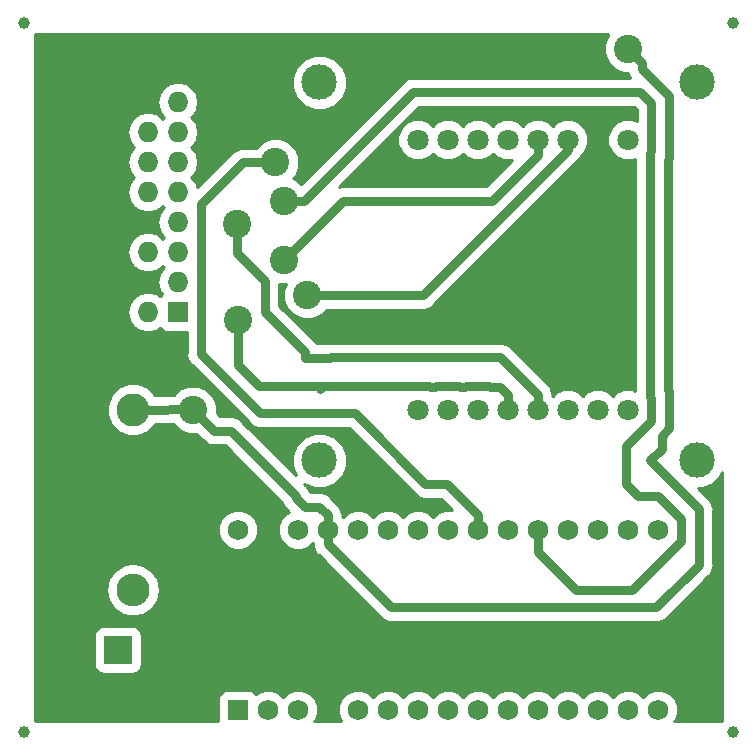
<source format=gbr>
G04 #@! TF.GenerationSoftware,KiCad,Pcbnew,(5.0.1)-4*
G04 #@! TF.CreationDate,2020-03-07T20:01:28+01:00*
G04 #@! TF.ProjectId,schemas_screen_led_64x32,736368656D61735F73637265656E5F6C,rev?*
G04 #@! TF.SameCoordinates,PX5f5e100PY7270e00*
G04 #@! TF.FileFunction,Copper,L1,Top,Signal*
G04 #@! TF.FilePolarity,Positive*
%FSLAX46Y46*%
G04 Gerber Fmt 4.6, Leading zero omitted, Abs format (unit mm)*
G04 Created by KiCad (PCBNEW (5.0.1)-4) date 07/03/2020 20:01:28*
%MOMM*%
%LPD*%
G01*
G04 APERTURE LIST*
G04 #@! TA.AperFunction,ComponentPad*
%ADD10R,1.727200X1.727200*%
G04 #@! TD*
G04 #@! TA.AperFunction,ComponentPad*
%ADD11C,1.727200*%
G04 #@! TD*
G04 #@! TA.AperFunction,ComponentPad*
%ADD12O,1.727200X1.727200*%
G04 #@! TD*
G04 #@! TA.AperFunction,ComponentPad*
%ADD13C,1.800000*%
G04 #@! TD*
G04 #@! TA.AperFunction,ComponentPad*
%ADD14C,2.800000*%
G04 #@! TD*
G04 #@! TA.AperFunction,ComponentPad*
%ADD15O,2.800000X2.800000*%
G04 #@! TD*
G04 #@! TA.AperFunction,ComponentPad*
%ADD16R,2.400000X2.400000*%
G04 #@! TD*
G04 #@! TA.AperFunction,ComponentPad*
%ADD17C,2.400000*%
G04 #@! TD*
G04 #@! TA.AperFunction,ViaPad*
%ADD18C,3.000000*%
G04 #@! TD*
G04 #@! TA.AperFunction,ViaPad*
%ADD19C,1.000000*%
G04 #@! TD*
G04 #@! TA.AperFunction,ViaPad*
%ADD20C,2.400000*%
G04 #@! TD*
G04 #@! TA.AperFunction,Conductor*
%ADD21C,0.800000*%
G04 #@! TD*
G04 #@! TA.AperFunction,Conductor*
%ADD22C,0.254000*%
G04 #@! TD*
G04 APERTURE END LIST*
D10*
G04 #@! TO.P,XA1,D1*
G04 #@! TO.N,Net-(XA1-PadD1)*
X18110000Y1890000D03*
D11*
G04 #@! TO.P,XA1,D0*
G04 #@! TO.N,Net-(XA1-PadD0)*
X20650000Y1890000D03*
G04 #@! TO.P,XA1,RST1*
G04 #@! TO.N,Net-(XA1-PadRST1)*
X23190000Y1890000D03*
G04 #@! TO.P,XA1,GND1*
G04 #@! TO.N,GND*
X25730000Y1890000D03*
G04 #@! TO.P,XA1,D2*
G04 #@! TO.N,Net-(XA1-PadD2)*
X28270000Y1890000D03*
G04 #@! TO.P,XA1,D3*
G04 #@! TO.N,Net-(XA1-PadD3)*
X30810000Y1890000D03*
G04 #@! TO.P,XA1,D4*
G04 #@! TO.N,Net-(XA1-PadD4)*
X33350000Y1890000D03*
G04 #@! TO.P,XA1,D5*
G04 #@! TO.N,Net-(XA1-PadD5)*
X35890000Y1890000D03*
G04 #@! TO.P,XA1,D6*
G04 #@! TO.N,Net-(XA1-PadD6)*
X38430000Y1890000D03*
G04 #@! TO.P,XA1,D7*
G04 #@! TO.N,Net-(XA1-PadD7)*
X40970000Y1890000D03*
G04 #@! TO.P,XA1,D8*
G04 #@! TO.N,LAT*
X43510000Y1890000D03*
G04 #@! TO.P,XA1,D9*
G04 #@! TO.N,Net-(XA1-PadD9)*
X46050000Y1890000D03*
G04 #@! TO.P,XA1,D10*
G04 #@! TO.N,Net-(XA1-PadD10)*
X48590000Y1890000D03*
G04 #@! TO.P,XA1,D11*
G04 #@! TO.N,Net-(XA1-PadD11)*
X51130000Y1890000D03*
G04 #@! TO.P,XA1,D12*
G04 #@! TO.N,Net-(XA1-PadD12)*
X53670000Y1890000D03*
G04 #@! TO.P,XA1,D13*
G04 #@! TO.N,Net-(XA1-PadD13)*
X53670000Y17130000D03*
G04 #@! TO.P,XA1,3V3*
G04 #@! TO.N,Net-(XA1-Pad3V3)*
X51130000Y17130000D03*
G04 #@! TO.P,XA1,AREF*
G04 #@! TO.N,Net-(XA1-PadAREF)*
X48590000Y17130000D03*
G04 #@! TO.P,XA1,A0*
G04 #@! TO.N,Net-(XA1-PadA0)*
X46050000Y17130000D03*
G04 #@! TO.P,XA1,A1*
G04 #@! TO.N,A*
X43510000Y17130000D03*
G04 #@! TO.P,XA1,A2*
G04 #@! TO.N,B*
X40970000Y17130000D03*
G04 #@! TO.P,XA1,A3*
G04 #@! TO.N,C*
X38430000Y17130000D03*
G04 #@! TO.P,XA1,A4*
G04 #@! TO.N,D*
X35890000Y17130000D03*
G04 #@! TO.P,XA1,A5*
G04 #@! TO.N,Net-(XA1-PadA5)*
X33350000Y17130000D03*
G04 #@! TO.P,XA1,A6*
G04 #@! TO.N,Net-(XA1-PadA6)*
X30810000Y17130000D03*
G04 #@! TO.P,XA1,A7*
G04 #@! TO.N,Net-(XA1-PadA7)*
X28270000Y17130000D03*
G04 #@! TO.P,XA1,5V*
G04 #@! TO.N,+5V*
X25730000Y17130000D03*
G04 #@! TO.P,XA1,RST2*
G04 #@! TO.N,Net-(XA1-PadRST2)*
X23190000Y17130000D03*
G04 #@! TO.P,XA1,GND2*
G04 #@! TO.N,GND*
X20650000Y17130000D03*
G04 #@! TO.P,XA1,VIN*
G04 #@! TO.N,Net-(XA1-PadVIN)*
X18110000Y17130000D03*
G04 #@! TD*
D10*
G04 #@! TO.P,J1,1*
G04 #@! TO.N,R1*
X13030000Y35545000D03*
D12*
G04 #@! TO.P,J1,2*
G04 #@! TO.N,G1*
X10490000Y35545000D03*
G04 #@! TO.P,J1,3*
G04 #@! TO.N,B1*
X13030000Y38085000D03*
G04 #@! TO.P,J1,4*
G04 #@! TO.N,GND*
X10490000Y38085000D03*
G04 #@! TO.P,J1,5*
G04 #@! TO.N,R2*
X13030000Y40625000D03*
G04 #@! TO.P,J1,6*
G04 #@! TO.N,G2*
X10490000Y40625000D03*
G04 #@! TO.P,J1,7*
G04 #@! TO.N,B2*
X13030000Y43165000D03*
G04 #@! TO.P,J1,8*
G04 #@! TO.N,GND*
X10490000Y43165000D03*
G04 #@! TO.P,J1,9*
G04 #@! TO.N,A*
X13030000Y45705000D03*
G04 #@! TO.P,J1,10*
G04 #@! TO.N,B*
X10490000Y45705000D03*
G04 #@! TO.P,J1,11*
G04 #@! TO.N,C*
X13030000Y48245000D03*
G04 #@! TO.P,J1,12*
G04 #@! TO.N,D*
X10490000Y48245000D03*
G04 #@! TO.P,J1,13*
G04 #@! TO.N,CLK*
X13030000Y50785000D03*
G04 #@! TO.P,J1,14*
G04 #@! TO.N,LAT*
X10490000Y50785000D03*
G04 #@! TO.P,J1,15*
X13030000Y53325000D03*
G04 #@! TO.P,J1,16*
G04 #@! TO.N,GND*
X10490000Y53325000D03*
G04 #@! TD*
D13*
G04 #@! TO.P,U1,8*
G04 #@! TO.N,Net-(U1-Pad8)*
X33350000Y50150000D03*
G04 #@! TO.P,U1,7*
G04 #@! TO.N,Net-(U1-Pad7)*
X35890000Y50150000D03*
G04 #@! TO.P,U1,6*
G04 #@! TO.N,LAT*
X38430000Y50150000D03*
G04 #@! TO.P,U1,5*
G04 #@! TO.N,Net-(U1-Pad5)*
X40970000Y50150000D03*
G04 #@! TO.P,U1,4*
G04 #@! TO.N,B1*
X43510000Y50150000D03*
G04 #@! TO.P,U1,3*
G04 #@! TO.N,G1*
X46050000Y50150000D03*
G04 #@! TO.P,U1,2*
G04 #@! TO.N,GND*
X48590000Y50150000D03*
G04 #@! TO.P,U1,1*
G04 #@! TO.N,+5V*
X51130000Y50150000D03*
G04 #@! TO.P,U1,16*
G04 #@! TO.N,Net-(U1-Pad16)*
X51130000Y27290000D03*
G04 #@! TO.P,U1,15*
G04 #@! TO.N,R2*
X48590000Y27290000D03*
G04 #@! TO.P,U1,14*
G04 #@! TO.N,G2*
X46050000Y27290000D03*
G04 #@! TO.P,U1,13*
G04 #@! TO.N,B2*
X43510000Y27290000D03*
G04 #@! TO.P,U1,12*
G04 #@! TO.N,R1*
X40970000Y27290000D03*
G04 #@! TO.P,U1,11*
G04 #@! TO.N,CLK*
X38430000Y27290000D03*
G04 #@! TO.P,U1,10*
G04 #@! TO.N,Net-(U1-Pad10)*
X35890000Y27290000D03*
G04 #@! TO.P,U1,9*
G04 #@! TO.N,Net-(U1-Pad9)*
X33350000Y27290000D03*
G04 #@! TD*
D14*
G04 #@! TO.P,F1,1*
G04 #@! TO.N,+5V*
X9220000Y27290000D03*
D15*
G04 #@! TO.P,F1,2*
G04 #@! TO.N,Net-(F1-Pad2)*
X9220000Y12050000D03*
G04 #@! TD*
D16*
G04 #@! TO.P,J2,1*
G04 #@! TO.N,Net-(F1-Pad2)*
X7950000Y6970000D03*
D17*
G04 #@! TO.P,J2,2*
G04 #@! TO.N,GND*
X7950000Y3470000D03*
G04 #@! TD*
D18*
G04 #@! TO.N,*
X25000000Y55000000D03*
X57000000Y55000000D03*
X25000000Y23000000D03*
X57000000Y23000000D03*
D19*
X60000000Y60000000D03*
X0Y60000000D03*
X60000000Y0D03*
X0Y0D03*
D20*
G04 #@! TO.N,+5V*
X14300000Y27290000D03*
X51130000Y57870000D03*
G04 #@! TO.N,R1*
X18110000Y34910000D03*
G04 #@! TO.N,G1*
X24000000Y37000000D03*
G04 #@! TO.N,B1*
X22000000Y40000000D03*
G04 #@! TO.N,GND*
X5000000Y54000000D03*
X5165000Y43165000D03*
X6475030Y37000000D03*
X41607792Y58025000D03*
X3000000Y12000000D03*
G04 #@! TO.N,B2*
X18000000Y43000000D03*
G04 #@! TO.N,A*
X22000000Y45000000D03*
G04 #@! TO.N,C*
X21285000Y48245000D03*
G04 #@! TD*
D21*
G04 #@! TO.N,+5V*
X14300000Y27290000D02*
X14300000Y27290000D01*
X10071334Y27290000D02*
X14300000Y27350000D01*
X14300000Y27290000D02*
X14300000Y27350000D01*
X25730000Y15908686D02*
X25730000Y17130000D01*
X31088696Y10549990D02*
X25730000Y15908686D01*
X57133611Y18866389D02*
X57133611Y14133611D01*
X54000000Y25078664D02*
X54000000Y24000000D01*
X57133611Y14133611D02*
X53549990Y10549990D01*
X54000000Y24000000D02*
X53000000Y23000000D01*
X54630011Y25708675D02*
X54000000Y25078664D01*
X51130000Y57870000D02*
X52329999Y56670001D01*
X54500010Y29001326D02*
X54630011Y28871325D01*
X52329999Y56670001D02*
X52329999Y56152671D01*
X54630011Y28871325D02*
X54630011Y25708675D01*
X54630011Y53852659D02*
X54630011Y48568675D01*
X53549990Y10549990D02*
X31088696Y10549990D01*
X52329999Y56152671D02*
X54630011Y53852659D01*
X54630011Y48568675D02*
X54500010Y48438674D01*
X53000000Y23000000D02*
X57133611Y18866389D01*
X54500010Y48438674D02*
X54500010Y29001326D01*
X16090009Y25499991D02*
X17500009Y25499991D01*
X14300000Y27290000D02*
X16090009Y25499991D01*
X17500009Y25499991D02*
X23000000Y20000000D01*
X25730000Y18351314D02*
X25730000Y17130000D01*
X24987713Y19093601D02*
X25730000Y18351314D01*
X23766399Y19093601D02*
X24987713Y19093601D01*
X23000000Y19860000D02*
X23766399Y19093601D01*
X23000000Y20000000D02*
X23000000Y19860000D01*
G04 #@! TO.N,R1*
X34310001Y29290001D02*
X25288003Y29290001D01*
X34929999Y29290001D02*
X34834998Y29195000D01*
X36850001Y29290001D02*
X34929999Y29290001D01*
X36945002Y29195000D02*
X36850001Y29290001D01*
X37374998Y29195000D02*
X36945002Y29195000D01*
X34834998Y29195000D02*
X34405002Y29195000D01*
X40970000Y28562792D02*
X40337792Y29195000D01*
X40970000Y27290000D02*
X40970000Y28562792D01*
X40337792Y29195000D02*
X39485002Y29195000D01*
X39485002Y29195000D02*
X39390001Y29290001D01*
X39390001Y29290001D02*
X37469999Y29290001D01*
X34405002Y29195000D02*
X34310001Y29290001D01*
X37469999Y29290001D02*
X37374998Y29195000D01*
X25288003Y29290001D02*
X25073001Y29074999D01*
X25288003Y29290001D02*
X19919999Y29290001D01*
X18110000Y31100000D02*
X19919999Y29290001D01*
X18110000Y34910000D02*
X18110000Y31100000D01*
G04 #@! TO.N,G1*
X46050000Y49295874D02*
X46050000Y50150000D01*
X33754126Y37000000D02*
X46050000Y49295874D01*
X24000000Y37000000D02*
X33754126Y37000000D01*
G04 #@! TO.N,B1*
X43510000Y48877208D02*
X39632792Y45000000D01*
X43510000Y50150000D02*
X43510000Y48877208D01*
X27000000Y45000000D02*
X22000000Y40000000D01*
X39632792Y45000000D02*
X27000000Y45000000D01*
G04 #@! TO.N,GND*
X6475030Y41854970D02*
X5165000Y43165000D01*
X6475030Y37000000D02*
X6475030Y41854970D01*
X5165000Y53835000D02*
X5000000Y54000000D01*
X5165000Y43165000D02*
X5165000Y53835000D01*
X41582792Y58000000D02*
X41607792Y58025000D01*
X5000000Y54000000D02*
X5000000Y57000000D01*
X5000000Y57000000D02*
X6000000Y58000000D01*
X6000000Y58000000D02*
X41582792Y58000000D01*
X6475030Y37000000D02*
X3000000Y33524970D01*
X20650000Y18351314D02*
X20650000Y17130000D01*
X19001314Y20000000D02*
X20650000Y18351314D01*
X3000000Y20000000D02*
X19001314Y20000000D01*
X3000000Y20000000D02*
X3000000Y12000000D01*
X3000000Y33524970D02*
X3000000Y20000000D01*
G04 #@! TO.N,B2*
X25946320Y31675000D02*
X26006320Y31735000D01*
X23825000Y31675000D02*
X25946320Y31675000D01*
X43510000Y28562792D02*
X43510000Y27290000D01*
X40337792Y31735000D02*
X43510000Y28562792D01*
X26006320Y31735000D02*
X40337792Y31735000D01*
X18000000Y41302944D02*
X18000000Y43000000D01*
X18000000Y40595998D02*
X18000000Y41302944D01*
X20410001Y38185997D02*
X18000000Y40595998D01*
X20410001Y35589999D02*
X20410001Y38185997D01*
X23825000Y32175000D02*
X20410001Y35589999D01*
X23825000Y31675000D02*
X23825000Y32175000D01*
G04 #@! TO.N,A*
X23755000Y45000000D02*
X22000000Y45000000D01*
X32945010Y54190010D02*
X23755000Y45000000D01*
X52171327Y54190009D02*
X32945010Y54190010D01*
X55633601Y18072529D02*
X53706130Y20000000D01*
X53706130Y20000000D02*
X52000000Y20000000D01*
X55633601Y16187471D02*
X55633601Y18072529D01*
X51496130Y12050000D02*
X55633601Y16187471D01*
X43510000Y16495000D02*
X43510000Y15273686D01*
X46733686Y12050000D02*
X51496130Y12050000D01*
X43510000Y15273686D02*
X46733686Y12050000D01*
X53130001Y26329999D02*
X53130001Y28250001D01*
X52000000Y20000000D02*
X51000000Y21000000D01*
X51000000Y21000000D02*
X51000000Y24199998D01*
X51000000Y24199998D02*
X53130001Y26329999D01*
X53130001Y28250001D02*
X53000000Y28380002D01*
X53000000Y28380002D02*
X53000000Y49059998D01*
X53000000Y49059998D02*
X53130001Y49189999D01*
X53130001Y53231335D02*
X52171327Y54190009D01*
X53130001Y49189999D02*
X53130001Y53231335D01*
G04 #@! TO.N,C*
X15000000Y44729002D02*
X15000000Y32000000D01*
X21285000Y48245000D02*
X18515998Y48245000D01*
X18515998Y48245000D02*
X15000000Y44729002D01*
X15000000Y32000000D02*
X20000000Y27000000D01*
X20000000Y27000000D02*
X28000000Y27000000D01*
X28000000Y27000000D02*
X34000000Y21000000D01*
X38430000Y18351314D02*
X38430000Y17130000D01*
X35781314Y21000000D02*
X38430000Y18351314D01*
X34000000Y21000000D02*
X35781314Y21000000D01*
G04 #@! TO.N,LAT*
X38430000Y50150000D02*
X38430000Y50570002D01*
G04 #@! TD*
D22*
G04 #@! TO.N,GND*
G36*
X49411593Y59018203D02*
X49103000Y58273195D01*
X49103000Y57466805D01*
X49411593Y56721797D01*
X49981797Y56151593D01*
X50726805Y55843000D01*
X51140559Y55843000D01*
X51174191Y55673919D01*
X51315211Y55462869D01*
X51345854Y55417008D01*
X33065853Y55417010D01*
X32945010Y55441047D01*
X32824167Y55417010D01*
X32824164Y55417010D01*
X32466259Y55345818D01*
X32162841Y55143081D01*
X32162838Y55143078D01*
X32060394Y55074627D01*
X31991943Y54972183D01*
X23443185Y46423425D01*
X23148203Y46718407D01*
X22778255Y46871645D01*
X23003407Y47096797D01*
X23312000Y47841805D01*
X23312000Y48648195D01*
X23003407Y49393203D01*
X22433203Y49963407D01*
X21688195Y50272000D01*
X20881805Y50272000D01*
X20136797Y49963407D01*
X19645390Y49472000D01*
X18636840Y49472000D01*
X18515997Y49496037D01*
X18395154Y49472000D01*
X18395151Y49472000D01*
X18037246Y49400808D01*
X17921234Y49323291D01*
X17767909Y49220842D01*
X17631381Y49129617D01*
X17562928Y49027170D01*
X14668614Y46132856D01*
X14622510Y46364639D01*
X14248854Y46923854D01*
X14172309Y46975000D01*
X14248854Y47026146D01*
X14622510Y47585361D01*
X14753720Y48245000D01*
X14622510Y48904639D01*
X14248854Y49463854D01*
X14172309Y49515000D01*
X14248854Y49566146D01*
X14622510Y50125361D01*
X14753720Y50785000D01*
X14622510Y51444639D01*
X14248854Y52003854D01*
X14172309Y52055000D01*
X14248854Y52106146D01*
X14622510Y52665361D01*
X14753720Y53325000D01*
X14622510Y53984639D01*
X14248854Y54543854D01*
X13689639Y54917510D01*
X13196506Y55015600D01*
X12863494Y55015600D01*
X12370361Y54917510D01*
X11811146Y54543854D01*
X11437490Y53984639D01*
X11306280Y53325000D01*
X11437490Y52665361D01*
X11811146Y52106146D01*
X11887691Y52055000D01*
X11811146Y52003854D01*
X11760000Y51927309D01*
X11708854Y52003854D01*
X11149639Y52377510D01*
X10656506Y52475600D01*
X10323494Y52475600D01*
X9830361Y52377510D01*
X9271146Y52003854D01*
X8897490Y51444639D01*
X8766280Y50785000D01*
X8897490Y50125361D01*
X9271146Y49566146D01*
X9347691Y49515000D01*
X9271146Y49463854D01*
X8897490Y48904639D01*
X8766280Y48245000D01*
X8897490Y47585361D01*
X9271146Y47026146D01*
X9347691Y46975000D01*
X9271146Y46923854D01*
X8897490Y46364639D01*
X8766280Y45705000D01*
X8897490Y45045361D01*
X9271146Y44486146D01*
X9830361Y44112490D01*
X10323494Y44014400D01*
X10656506Y44014400D01*
X11149639Y44112490D01*
X11708854Y44486146D01*
X11760000Y44562691D01*
X11811146Y44486146D01*
X11887691Y44435000D01*
X11811146Y44383854D01*
X11437490Y43824639D01*
X11306280Y43165000D01*
X11437490Y42505361D01*
X11811146Y41946146D01*
X11887691Y41895000D01*
X11811146Y41843854D01*
X11760000Y41767309D01*
X11708854Y41843854D01*
X11149639Y42217510D01*
X10656506Y42315600D01*
X10323494Y42315600D01*
X9830361Y42217510D01*
X9271146Y41843854D01*
X8897490Y41284639D01*
X8766280Y40625000D01*
X8897490Y39965361D01*
X9271146Y39406146D01*
X9830361Y39032490D01*
X10323494Y38934400D01*
X10656506Y38934400D01*
X11149639Y39032490D01*
X11708854Y39406146D01*
X11760000Y39482691D01*
X11811146Y39406146D01*
X11887691Y39355000D01*
X11811146Y39303854D01*
X11437490Y38744639D01*
X11306280Y38085000D01*
X11437490Y37425361D01*
X11672701Y37073344D01*
X11570167Y37004833D01*
X11501656Y36902299D01*
X11149639Y37137510D01*
X10656506Y37235600D01*
X10323494Y37235600D01*
X9830361Y37137510D01*
X9271146Y36763854D01*
X8897490Y36204639D01*
X8766280Y35545000D01*
X8897490Y34885361D01*
X9271146Y34326146D01*
X9830361Y33952490D01*
X10323494Y33854400D01*
X10656506Y33854400D01*
X11149639Y33952490D01*
X11501656Y34187701D01*
X11570167Y34085167D01*
X11843721Y33902384D01*
X12166400Y33838199D01*
X13773001Y33838199D01*
X13773001Y32120847D01*
X13748963Y32000000D01*
X13844192Y31521250D01*
X14046929Y31217832D01*
X14046931Y31217830D01*
X14115384Y31115383D01*
X14217831Y31046930D01*
X19046930Y26217830D01*
X19115383Y26115383D01*
X19217830Y26046930D01*
X19217831Y26046929D01*
X19245403Y26028506D01*
X19521248Y25844192D01*
X19879153Y25773000D01*
X19879157Y25773000D01*
X20000000Y25748963D01*
X20120843Y25773000D01*
X27491761Y25773000D01*
X33046930Y20217830D01*
X33115383Y20115383D01*
X33521248Y19844192D01*
X33879153Y19773000D01*
X33879156Y19773000D01*
X33999999Y19748963D01*
X34120842Y19773000D01*
X35273075Y19773000D01*
X36225475Y18820600D01*
X35553719Y18820600D01*
X34932352Y18563222D01*
X34620000Y18250870D01*
X34307648Y18563222D01*
X33686281Y18820600D01*
X33013719Y18820600D01*
X32392352Y18563222D01*
X32080000Y18250870D01*
X31767648Y18563222D01*
X31146281Y18820600D01*
X30473719Y18820600D01*
X29852352Y18563222D01*
X29540000Y18250870D01*
X29227648Y18563222D01*
X28606281Y18820600D01*
X27933719Y18820600D01*
X27312352Y18563222D01*
X27000000Y18250870D01*
X26967518Y18283352D01*
X26981037Y18351315D01*
X26957000Y18472160D01*
X26957000Y18472161D01*
X26885808Y18830066D01*
X26614617Y19235931D01*
X26512167Y19304386D01*
X25940784Y19875769D01*
X25872330Y19978218D01*
X25466465Y20249409D01*
X25108560Y20320601D01*
X25108556Y20320601D01*
X24987713Y20344638D01*
X24866870Y20320601D01*
X24274638Y20320601D01*
X24165572Y20429667D01*
X24155808Y20478752D01*
X23978162Y20744617D01*
X23953071Y20782169D01*
X23953070Y20782170D01*
X23884617Y20884617D01*
X23782170Y20953070D01*
X23726443Y21008797D01*
X24537131Y20673000D01*
X25462869Y20673000D01*
X26318140Y21027264D01*
X26972736Y21681860D01*
X27327000Y22537131D01*
X27327000Y23462869D01*
X26972736Y24318140D01*
X26318140Y24972736D01*
X25462869Y25327000D01*
X24537131Y25327000D01*
X23681860Y24972736D01*
X23027264Y24318140D01*
X22673000Y23462869D01*
X22673000Y22537131D01*
X23008797Y21726442D01*
X18453081Y26282158D01*
X18384626Y26384608D01*
X17978761Y26655799D01*
X17620856Y26726991D01*
X17620852Y26726991D01*
X17500009Y26751028D01*
X17379166Y26726991D01*
X16598249Y26726991D01*
X16327000Y26998240D01*
X16327000Y27693195D01*
X16018407Y28438203D01*
X15448203Y29008407D01*
X14703195Y29317000D01*
X13896805Y29317000D01*
X13151797Y29008407D01*
X12697779Y28554389D01*
X11116057Y28531946D01*
X11107960Y28551494D01*
X10481494Y29177960D01*
X9662978Y29517000D01*
X8777022Y29517000D01*
X7958506Y29177960D01*
X7332040Y28551494D01*
X6993000Y27732978D01*
X6993000Y26847022D01*
X7332040Y26028506D01*
X7958506Y25402040D01*
X8777022Y25063000D01*
X9662978Y25063000D01*
X10481494Y25402040D01*
X11107960Y26028506D01*
X11128409Y26077875D01*
X12624289Y26099101D01*
X13151797Y25571593D01*
X13896805Y25263000D01*
X14591760Y25263000D01*
X15136939Y24717821D01*
X15205392Y24615374D01*
X15611257Y24344183D01*
X15969162Y24272991D01*
X15969165Y24272991D01*
X16090008Y24248954D01*
X16210851Y24272991D01*
X16991770Y24272991D01*
X21834429Y19430331D01*
X21844192Y19381248D01*
X22115384Y18975383D01*
X22217831Y18906930D01*
X22465123Y18659638D01*
X22232352Y18563222D01*
X21756778Y18087648D01*
X21499400Y17466281D01*
X21499400Y16793719D01*
X21756778Y16172352D01*
X22232352Y15696778D01*
X22853719Y15439400D01*
X23526281Y15439400D01*
X24147648Y15696778D01*
X24460000Y16009130D01*
X24492482Y15976648D01*
X24478963Y15908686D01*
X24503000Y15787843D01*
X24503000Y15787840D01*
X24574192Y15429935D01*
X24845383Y15024069D01*
X24947833Y14955614D01*
X30135626Y9767820D01*
X30204079Y9665373D01*
X30306526Y9596920D01*
X30306528Y9596918D01*
X30449550Y9501354D01*
X30609944Y9394182D01*
X30967849Y9322990D01*
X30967853Y9322990D01*
X31088696Y9298953D01*
X31209539Y9322990D01*
X53429147Y9322990D01*
X53549990Y9298953D01*
X53670833Y9322990D01*
X53670837Y9322990D01*
X54028742Y9394182D01*
X54434607Y9665373D01*
X54503062Y9767823D01*
X57915781Y13180541D01*
X58018228Y13248994D01*
X58289419Y13654859D01*
X58360611Y14012764D01*
X58360611Y14012767D01*
X58384648Y14133610D01*
X58360611Y14254453D01*
X58360611Y18745546D01*
X58384648Y18866389D01*
X58360611Y18987232D01*
X58360611Y18987236D01*
X58289419Y19345141D01*
X58018228Y19751006D01*
X57915781Y19819459D01*
X57062240Y20673000D01*
X57462869Y20673000D01*
X58318140Y21027264D01*
X58972736Y21681860D01*
X59098000Y21984276D01*
X59098000Y974661D01*
X59025339Y902000D01*
X55072870Y902000D01*
X55103222Y932352D01*
X55360600Y1553719D01*
X55360600Y2226281D01*
X55103222Y2847648D01*
X54627648Y3323222D01*
X54006281Y3580600D01*
X53333719Y3580600D01*
X52712352Y3323222D01*
X52400000Y3010870D01*
X52087648Y3323222D01*
X51466281Y3580600D01*
X50793719Y3580600D01*
X50172352Y3323222D01*
X49860000Y3010870D01*
X49547648Y3323222D01*
X48926281Y3580600D01*
X48253719Y3580600D01*
X47632352Y3323222D01*
X47320000Y3010870D01*
X47007648Y3323222D01*
X46386281Y3580600D01*
X45713719Y3580600D01*
X45092352Y3323222D01*
X44780000Y3010870D01*
X44467648Y3323222D01*
X43846281Y3580600D01*
X43173719Y3580600D01*
X42552352Y3323222D01*
X42240000Y3010870D01*
X41927648Y3323222D01*
X41306281Y3580600D01*
X40633719Y3580600D01*
X40012352Y3323222D01*
X39700000Y3010870D01*
X39387648Y3323222D01*
X38766281Y3580600D01*
X38093719Y3580600D01*
X37472352Y3323222D01*
X37160000Y3010870D01*
X36847648Y3323222D01*
X36226281Y3580600D01*
X35553719Y3580600D01*
X34932352Y3323222D01*
X34620000Y3010870D01*
X34307648Y3323222D01*
X33686281Y3580600D01*
X33013719Y3580600D01*
X32392352Y3323222D01*
X32080000Y3010870D01*
X31767648Y3323222D01*
X31146281Y3580600D01*
X30473719Y3580600D01*
X29852352Y3323222D01*
X29540000Y3010870D01*
X29227648Y3323222D01*
X28606281Y3580600D01*
X27933719Y3580600D01*
X27312352Y3323222D01*
X26836778Y2847648D01*
X26579400Y2226281D01*
X26579400Y1553719D01*
X26836778Y932352D01*
X26867130Y902000D01*
X24592870Y902000D01*
X24623222Y932352D01*
X24880600Y1553719D01*
X24880600Y2226281D01*
X24623222Y2847648D01*
X24147648Y3323222D01*
X23526281Y3580600D01*
X22853719Y3580600D01*
X22232352Y3323222D01*
X21920000Y3010870D01*
X21607648Y3323222D01*
X20986281Y3580600D01*
X20313719Y3580600D01*
X19692352Y3323222D01*
X19629566Y3260436D01*
X19569833Y3349833D01*
X19296279Y3532616D01*
X18973600Y3596801D01*
X17246400Y3596801D01*
X16923721Y3532616D01*
X16650167Y3349833D01*
X16467384Y3076279D01*
X16403199Y2753600D01*
X16403199Y1026400D01*
X16427944Y902000D01*
X974661Y902000D01*
X902000Y974661D01*
X902000Y8170000D01*
X5906799Y8170000D01*
X5906799Y5770000D01*
X5970984Y5447321D01*
X6153767Y5173767D01*
X6427321Y4990984D01*
X6750000Y4926799D01*
X9150000Y4926799D01*
X9472679Y4990984D01*
X9746233Y5173767D01*
X9929016Y5447321D01*
X9993201Y5770000D01*
X9993201Y8170000D01*
X9929016Y8492679D01*
X9746233Y8766233D01*
X9472679Y8949016D01*
X9150000Y9013201D01*
X6750000Y9013201D01*
X6427321Y8949016D01*
X6153767Y8766233D01*
X5970984Y8492679D01*
X5906799Y8170000D01*
X902000Y8170000D01*
X902000Y12050000D01*
X6949371Y12050000D01*
X7122212Y11181068D01*
X7614423Y10444423D01*
X8351068Y9952212D01*
X9000662Y9823000D01*
X9439338Y9823000D01*
X10088932Y9952212D01*
X10825577Y10444423D01*
X11317788Y11181068D01*
X11490629Y12050000D01*
X11317788Y12918932D01*
X10825577Y13655577D01*
X10088932Y14147788D01*
X9439338Y14277000D01*
X9000662Y14277000D01*
X8351068Y14147788D01*
X7614423Y13655577D01*
X7122212Y12918932D01*
X6949371Y12050000D01*
X902000Y12050000D01*
X902000Y17466281D01*
X16419400Y17466281D01*
X16419400Y16793719D01*
X16676778Y16172352D01*
X17152352Y15696778D01*
X17773719Y15439400D01*
X18446281Y15439400D01*
X19067648Y15696778D01*
X19543222Y16172352D01*
X19800600Y16793719D01*
X19800600Y17466281D01*
X19543222Y18087648D01*
X19067648Y18563222D01*
X18446281Y18820600D01*
X17773719Y18820600D01*
X17152352Y18563222D01*
X16676778Y18087648D01*
X16419400Y17466281D01*
X902000Y17466281D01*
X902000Y55462869D01*
X22673000Y55462869D01*
X22673000Y54537131D01*
X23027264Y53681860D01*
X23681860Y53027264D01*
X24537131Y52673000D01*
X25462869Y52673000D01*
X26318140Y53027264D01*
X26972736Y53681860D01*
X27327000Y54537131D01*
X27327000Y55462869D01*
X26972736Y56318140D01*
X26318140Y56972736D01*
X25462869Y57327000D01*
X24537131Y57327000D01*
X23681860Y56972736D01*
X23027264Y56318140D01*
X22673000Y55462869D01*
X902000Y55462869D01*
X902000Y59025339D01*
X974661Y59098000D01*
X49491390Y59098000D01*
X49411593Y59018203D01*
X49411593Y59018203D01*
G37*
X49411593Y59018203D02*
X49103000Y58273195D01*
X49103000Y57466805D01*
X49411593Y56721797D01*
X49981797Y56151593D01*
X50726805Y55843000D01*
X51140559Y55843000D01*
X51174191Y55673919D01*
X51315211Y55462869D01*
X51345854Y55417008D01*
X33065853Y55417010D01*
X32945010Y55441047D01*
X32824167Y55417010D01*
X32824164Y55417010D01*
X32466259Y55345818D01*
X32162841Y55143081D01*
X32162838Y55143078D01*
X32060394Y55074627D01*
X31991943Y54972183D01*
X23443185Y46423425D01*
X23148203Y46718407D01*
X22778255Y46871645D01*
X23003407Y47096797D01*
X23312000Y47841805D01*
X23312000Y48648195D01*
X23003407Y49393203D01*
X22433203Y49963407D01*
X21688195Y50272000D01*
X20881805Y50272000D01*
X20136797Y49963407D01*
X19645390Y49472000D01*
X18636840Y49472000D01*
X18515997Y49496037D01*
X18395154Y49472000D01*
X18395151Y49472000D01*
X18037246Y49400808D01*
X17921234Y49323291D01*
X17767909Y49220842D01*
X17631381Y49129617D01*
X17562928Y49027170D01*
X14668614Y46132856D01*
X14622510Y46364639D01*
X14248854Y46923854D01*
X14172309Y46975000D01*
X14248854Y47026146D01*
X14622510Y47585361D01*
X14753720Y48245000D01*
X14622510Y48904639D01*
X14248854Y49463854D01*
X14172309Y49515000D01*
X14248854Y49566146D01*
X14622510Y50125361D01*
X14753720Y50785000D01*
X14622510Y51444639D01*
X14248854Y52003854D01*
X14172309Y52055000D01*
X14248854Y52106146D01*
X14622510Y52665361D01*
X14753720Y53325000D01*
X14622510Y53984639D01*
X14248854Y54543854D01*
X13689639Y54917510D01*
X13196506Y55015600D01*
X12863494Y55015600D01*
X12370361Y54917510D01*
X11811146Y54543854D01*
X11437490Y53984639D01*
X11306280Y53325000D01*
X11437490Y52665361D01*
X11811146Y52106146D01*
X11887691Y52055000D01*
X11811146Y52003854D01*
X11760000Y51927309D01*
X11708854Y52003854D01*
X11149639Y52377510D01*
X10656506Y52475600D01*
X10323494Y52475600D01*
X9830361Y52377510D01*
X9271146Y52003854D01*
X8897490Y51444639D01*
X8766280Y50785000D01*
X8897490Y50125361D01*
X9271146Y49566146D01*
X9347691Y49515000D01*
X9271146Y49463854D01*
X8897490Y48904639D01*
X8766280Y48245000D01*
X8897490Y47585361D01*
X9271146Y47026146D01*
X9347691Y46975000D01*
X9271146Y46923854D01*
X8897490Y46364639D01*
X8766280Y45705000D01*
X8897490Y45045361D01*
X9271146Y44486146D01*
X9830361Y44112490D01*
X10323494Y44014400D01*
X10656506Y44014400D01*
X11149639Y44112490D01*
X11708854Y44486146D01*
X11760000Y44562691D01*
X11811146Y44486146D01*
X11887691Y44435000D01*
X11811146Y44383854D01*
X11437490Y43824639D01*
X11306280Y43165000D01*
X11437490Y42505361D01*
X11811146Y41946146D01*
X11887691Y41895000D01*
X11811146Y41843854D01*
X11760000Y41767309D01*
X11708854Y41843854D01*
X11149639Y42217510D01*
X10656506Y42315600D01*
X10323494Y42315600D01*
X9830361Y42217510D01*
X9271146Y41843854D01*
X8897490Y41284639D01*
X8766280Y40625000D01*
X8897490Y39965361D01*
X9271146Y39406146D01*
X9830361Y39032490D01*
X10323494Y38934400D01*
X10656506Y38934400D01*
X11149639Y39032490D01*
X11708854Y39406146D01*
X11760000Y39482691D01*
X11811146Y39406146D01*
X11887691Y39355000D01*
X11811146Y39303854D01*
X11437490Y38744639D01*
X11306280Y38085000D01*
X11437490Y37425361D01*
X11672701Y37073344D01*
X11570167Y37004833D01*
X11501656Y36902299D01*
X11149639Y37137510D01*
X10656506Y37235600D01*
X10323494Y37235600D01*
X9830361Y37137510D01*
X9271146Y36763854D01*
X8897490Y36204639D01*
X8766280Y35545000D01*
X8897490Y34885361D01*
X9271146Y34326146D01*
X9830361Y33952490D01*
X10323494Y33854400D01*
X10656506Y33854400D01*
X11149639Y33952490D01*
X11501656Y34187701D01*
X11570167Y34085167D01*
X11843721Y33902384D01*
X12166400Y33838199D01*
X13773001Y33838199D01*
X13773001Y32120847D01*
X13748963Y32000000D01*
X13844192Y31521250D01*
X14046929Y31217832D01*
X14046931Y31217830D01*
X14115384Y31115383D01*
X14217831Y31046930D01*
X19046930Y26217830D01*
X19115383Y26115383D01*
X19217830Y26046930D01*
X19217831Y26046929D01*
X19245403Y26028506D01*
X19521248Y25844192D01*
X19879153Y25773000D01*
X19879157Y25773000D01*
X20000000Y25748963D01*
X20120843Y25773000D01*
X27491761Y25773000D01*
X33046930Y20217830D01*
X33115383Y20115383D01*
X33521248Y19844192D01*
X33879153Y19773000D01*
X33879156Y19773000D01*
X33999999Y19748963D01*
X34120842Y19773000D01*
X35273075Y19773000D01*
X36225475Y18820600D01*
X35553719Y18820600D01*
X34932352Y18563222D01*
X34620000Y18250870D01*
X34307648Y18563222D01*
X33686281Y18820600D01*
X33013719Y18820600D01*
X32392352Y18563222D01*
X32080000Y18250870D01*
X31767648Y18563222D01*
X31146281Y18820600D01*
X30473719Y18820600D01*
X29852352Y18563222D01*
X29540000Y18250870D01*
X29227648Y18563222D01*
X28606281Y18820600D01*
X27933719Y18820600D01*
X27312352Y18563222D01*
X27000000Y18250870D01*
X26967518Y18283352D01*
X26981037Y18351315D01*
X26957000Y18472160D01*
X26957000Y18472161D01*
X26885808Y18830066D01*
X26614617Y19235931D01*
X26512167Y19304386D01*
X25940784Y19875769D01*
X25872330Y19978218D01*
X25466465Y20249409D01*
X25108560Y20320601D01*
X25108556Y20320601D01*
X24987713Y20344638D01*
X24866870Y20320601D01*
X24274638Y20320601D01*
X24165572Y20429667D01*
X24155808Y20478752D01*
X23978162Y20744617D01*
X23953071Y20782169D01*
X23953070Y20782170D01*
X23884617Y20884617D01*
X23782170Y20953070D01*
X23726443Y21008797D01*
X24537131Y20673000D01*
X25462869Y20673000D01*
X26318140Y21027264D01*
X26972736Y21681860D01*
X27327000Y22537131D01*
X27327000Y23462869D01*
X26972736Y24318140D01*
X26318140Y24972736D01*
X25462869Y25327000D01*
X24537131Y25327000D01*
X23681860Y24972736D01*
X23027264Y24318140D01*
X22673000Y23462869D01*
X22673000Y22537131D01*
X23008797Y21726442D01*
X18453081Y26282158D01*
X18384626Y26384608D01*
X17978761Y26655799D01*
X17620856Y26726991D01*
X17620852Y26726991D01*
X17500009Y26751028D01*
X17379166Y26726991D01*
X16598249Y26726991D01*
X16327000Y26998240D01*
X16327000Y27693195D01*
X16018407Y28438203D01*
X15448203Y29008407D01*
X14703195Y29317000D01*
X13896805Y29317000D01*
X13151797Y29008407D01*
X12697779Y28554389D01*
X11116057Y28531946D01*
X11107960Y28551494D01*
X10481494Y29177960D01*
X9662978Y29517000D01*
X8777022Y29517000D01*
X7958506Y29177960D01*
X7332040Y28551494D01*
X6993000Y27732978D01*
X6993000Y26847022D01*
X7332040Y26028506D01*
X7958506Y25402040D01*
X8777022Y25063000D01*
X9662978Y25063000D01*
X10481494Y25402040D01*
X11107960Y26028506D01*
X11128409Y26077875D01*
X12624289Y26099101D01*
X13151797Y25571593D01*
X13896805Y25263000D01*
X14591760Y25263000D01*
X15136939Y24717821D01*
X15205392Y24615374D01*
X15611257Y24344183D01*
X15969162Y24272991D01*
X15969165Y24272991D01*
X16090008Y24248954D01*
X16210851Y24272991D01*
X16991770Y24272991D01*
X21834429Y19430331D01*
X21844192Y19381248D01*
X22115384Y18975383D01*
X22217831Y18906930D01*
X22465123Y18659638D01*
X22232352Y18563222D01*
X21756778Y18087648D01*
X21499400Y17466281D01*
X21499400Y16793719D01*
X21756778Y16172352D01*
X22232352Y15696778D01*
X22853719Y15439400D01*
X23526281Y15439400D01*
X24147648Y15696778D01*
X24460000Y16009130D01*
X24492482Y15976648D01*
X24478963Y15908686D01*
X24503000Y15787843D01*
X24503000Y15787840D01*
X24574192Y15429935D01*
X24845383Y15024069D01*
X24947833Y14955614D01*
X30135626Y9767820D01*
X30204079Y9665373D01*
X30306526Y9596920D01*
X30306528Y9596918D01*
X30449550Y9501354D01*
X30609944Y9394182D01*
X30967849Y9322990D01*
X30967853Y9322990D01*
X31088696Y9298953D01*
X31209539Y9322990D01*
X53429147Y9322990D01*
X53549990Y9298953D01*
X53670833Y9322990D01*
X53670837Y9322990D01*
X54028742Y9394182D01*
X54434607Y9665373D01*
X54503062Y9767823D01*
X57915781Y13180541D01*
X58018228Y13248994D01*
X58289419Y13654859D01*
X58360611Y14012764D01*
X58360611Y14012767D01*
X58384648Y14133610D01*
X58360611Y14254453D01*
X58360611Y18745546D01*
X58384648Y18866389D01*
X58360611Y18987232D01*
X58360611Y18987236D01*
X58289419Y19345141D01*
X58018228Y19751006D01*
X57915781Y19819459D01*
X57062240Y20673000D01*
X57462869Y20673000D01*
X58318140Y21027264D01*
X58972736Y21681860D01*
X59098000Y21984276D01*
X59098000Y974661D01*
X59025339Y902000D01*
X55072870Y902000D01*
X55103222Y932352D01*
X55360600Y1553719D01*
X55360600Y2226281D01*
X55103222Y2847648D01*
X54627648Y3323222D01*
X54006281Y3580600D01*
X53333719Y3580600D01*
X52712352Y3323222D01*
X52400000Y3010870D01*
X52087648Y3323222D01*
X51466281Y3580600D01*
X50793719Y3580600D01*
X50172352Y3323222D01*
X49860000Y3010870D01*
X49547648Y3323222D01*
X48926281Y3580600D01*
X48253719Y3580600D01*
X47632352Y3323222D01*
X47320000Y3010870D01*
X47007648Y3323222D01*
X46386281Y3580600D01*
X45713719Y3580600D01*
X45092352Y3323222D01*
X44780000Y3010870D01*
X44467648Y3323222D01*
X43846281Y3580600D01*
X43173719Y3580600D01*
X42552352Y3323222D01*
X42240000Y3010870D01*
X41927648Y3323222D01*
X41306281Y3580600D01*
X40633719Y3580600D01*
X40012352Y3323222D01*
X39700000Y3010870D01*
X39387648Y3323222D01*
X38766281Y3580600D01*
X38093719Y3580600D01*
X37472352Y3323222D01*
X37160000Y3010870D01*
X36847648Y3323222D01*
X36226281Y3580600D01*
X35553719Y3580600D01*
X34932352Y3323222D01*
X34620000Y3010870D01*
X34307648Y3323222D01*
X33686281Y3580600D01*
X33013719Y3580600D01*
X32392352Y3323222D01*
X32080000Y3010870D01*
X31767648Y3323222D01*
X31146281Y3580600D01*
X30473719Y3580600D01*
X29852352Y3323222D01*
X29540000Y3010870D01*
X29227648Y3323222D01*
X28606281Y3580600D01*
X27933719Y3580600D01*
X27312352Y3323222D01*
X26836778Y2847648D01*
X26579400Y2226281D01*
X26579400Y1553719D01*
X26836778Y932352D01*
X26867130Y902000D01*
X24592870Y902000D01*
X24623222Y932352D01*
X24880600Y1553719D01*
X24880600Y2226281D01*
X24623222Y2847648D01*
X24147648Y3323222D01*
X23526281Y3580600D01*
X22853719Y3580600D01*
X22232352Y3323222D01*
X21920000Y3010870D01*
X21607648Y3323222D01*
X20986281Y3580600D01*
X20313719Y3580600D01*
X19692352Y3323222D01*
X19629566Y3260436D01*
X19569833Y3349833D01*
X19296279Y3532616D01*
X18973600Y3596801D01*
X17246400Y3596801D01*
X16923721Y3532616D01*
X16650167Y3349833D01*
X16467384Y3076279D01*
X16403199Y2753600D01*
X16403199Y1026400D01*
X16427944Y902000D01*
X974661Y902000D01*
X902000Y974661D01*
X902000Y8170000D01*
X5906799Y8170000D01*
X5906799Y5770000D01*
X5970984Y5447321D01*
X6153767Y5173767D01*
X6427321Y4990984D01*
X6750000Y4926799D01*
X9150000Y4926799D01*
X9472679Y4990984D01*
X9746233Y5173767D01*
X9929016Y5447321D01*
X9993201Y5770000D01*
X9993201Y8170000D01*
X9929016Y8492679D01*
X9746233Y8766233D01*
X9472679Y8949016D01*
X9150000Y9013201D01*
X6750000Y9013201D01*
X6427321Y8949016D01*
X6153767Y8766233D01*
X5970984Y8492679D01*
X5906799Y8170000D01*
X902000Y8170000D01*
X902000Y12050000D01*
X6949371Y12050000D01*
X7122212Y11181068D01*
X7614423Y10444423D01*
X8351068Y9952212D01*
X9000662Y9823000D01*
X9439338Y9823000D01*
X10088932Y9952212D01*
X10825577Y10444423D01*
X11317788Y11181068D01*
X11490629Y12050000D01*
X11317788Y12918932D01*
X10825577Y13655577D01*
X10088932Y14147788D01*
X9439338Y14277000D01*
X9000662Y14277000D01*
X8351068Y14147788D01*
X7614423Y13655577D01*
X7122212Y12918932D01*
X6949371Y12050000D01*
X902000Y12050000D01*
X902000Y17466281D01*
X16419400Y17466281D01*
X16419400Y16793719D01*
X16676778Y16172352D01*
X17152352Y15696778D01*
X17773719Y15439400D01*
X18446281Y15439400D01*
X19067648Y15696778D01*
X19543222Y16172352D01*
X19800600Y16793719D01*
X19800600Y17466281D01*
X19543222Y18087648D01*
X19067648Y18563222D01*
X18446281Y18820600D01*
X17773719Y18820600D01*
X17152352Y18563222D01*
X16676778Y18087648D01*
X16419400Y17466281D01*
X902000Y17466281D01*
X902000Y55462869D01*
X22673000Y55462869D01*
X22673000Y54537131D01*
X23027264Y53681860D01*
X23681860Y53027264D01*
X24537131Y52673000D01*
X25462869Y52673000D01*
X26318140Y53027264D01*
X26972736Y53681860D01*
X27327000Y54537131D01*
X27327000Y55462869D01*
X26972736Y56318140D01*
X26318140Y56972736D01*
X25462869Y57327000D01*
X24537131Y57327000D01*
X23681860Y56972736D01*
X23027264Y56318140D01*
X22673000Y55462869D01*
X902000Y55462869D01*
X902000Y59025339D01*
X974661Y59098000D01*
X49491390Y59098000D01*
X49411593Y59018203D01*
G36*
X51663088Y52963009D02*
X51903002Y52723095D01*
X51903002Y51699104D01*
X51473522Y51877000D01*
X50786478Y51877000D01*
X50151733Y51614080D01*
X49665920Y51128267D01*
X49403000Y50493522D01*
X49403000Y49806478D01*
X49665920Y49171733D01*
X50151733Y48685920D01*
X50786478Y48423000D01*
X51473522Y48423000D01*
X51773001Y48547048D01*
X51773000Y28892952D01*
X51473522Y29017000D01*
X50786478Y29017000D01*
X50151733Y28754080D01*
X49860000Y28462347D01*
X49568267Y28754080D01*
X48933522Y29017000D01*
X48246478Y29017000D01*
X47611733Y28754080D01*
X47320000Y28462347D01*
X47028267Y28754080D01*
X46393522Y29017000D01*
X45706478Y29017000D01*
X45071733Y28754080D01*
X44780000Y28462347D01*
X44747518Y28494829D01*
X44761037Y28562792D01*
X44737000Y28683635D01*
X44737000Y28683639D01*
X44665808Y29041544D01*
X44499794Y29290001D01*
X44463072Y29344960D01*
X44463070Y29344962D01*
X44394617Y29447409D01*
X44292170Y29515862D01*
X41290864Y32517167D01*
X41222409Y32619617D01*
X40816544Y32890808D01*
X40458639Y32962000D01*
X40458635Y32962000D01*
X40337792Y32986037D01*
X40216949Y32962000D01*
X26127163Y32962000D01*
X26006320Y32986037D01*
X25885477Y32962000D01*
X25885473Y32962000D01*
X25583834Y32902000D01*
X24814934Y32902000D01*
X24778071Y32957169D01*
X24778070Y32957170D01*
X24709617Y33059617D01*
X24607170Y33128070D01*
X21637001Y36098238D01*
X21637001Y37973000D01*
X22209021Y37973000D01*
X21973000Y37403195D01*
X21973000Y36596805D01*
X22281593Y35851797D01*
X22851797Y35281593D01*
X23596805Y34973000D01*
X24403195Y34973000D01*
X25148203Y35281593D01*
X25639610Y35773000D01*
X33633283Y35773000D01*
X33754126Y35748963D01*
X33874969Y35773000D01*
X33874973Y35773000D01*
X34232878Y35844192D01*
X34638743Y36115383D01*
X34707198Y36217833D01*
X46832170Y48342804D01*
X46934617Y48411257D01*
X47033684Y48559520D01*
X47135065Y48711248D01*
X47205808Y48817122D01*
X47217314Y48874967D01*
X47514080Y49171733D01*
X47777000Y49806478D01*
X47777000Y50493522D01*
X47514080Y51128267D01*
X47028267Y51614080D01*
X46393522Y51877000D01*
X45706478Y51877000D01*
X45071733Y51614080D01*
X44780000Y51322347D01*
X44488267Y51614080D01*
X43853522Y51877000D01*
X43166478Y51877000D01*
X42531733Y51614080D01*
X42240000Y51322347D01*
X41948267Y51614080D01*
X41313522Y51877000D01*
X40626478Y51877000D01*
X39991733Y51614080D01*
X39700000Y51322347D01*
X39408267Y51614080D01*
X38773522Y51877000D01*
X38086478Y51877000D01*
X37451733Y51614080D01*
X37160000Y51322347D01*
X36868267Y51614080D01*
X36233522Y51877000D01*
X35546478Y51877000D01*
X34911733Y51614080D01*
X34620000Y51322347D01*
X34328267Y51614080D01*
X33693522Y51877000D01*
X33006478Y51877000D01*
X32371733Y51614080D01*
X31885920Y51128267D01*
X31623000Y50493522D01*
X31623000Y49806478D01*
X31885920Y49171733D01*
X32371733Y48685920D01*
X33006478Y48423000D01*
X33693522Y48423000D01*
X34328267Y48685920D01*
X34620000Y48977653D01*
X34911733Y48685920D01*
X35546478Y48423000D01*
X36233522Y48423000D01*
X36868267Y48685920D01*
X37160000Y48977653D01*
X37451733Y48685920D01*
X38086478Y48423000D01*
X38773522Y48423000D01*
X39408267Y48685920D01*
X39700000Y48977653D01*
X39991733Y48685920D01*
X40626478Y48423000D01*
X41313522Y48423000D01*
X41325524Y48427971D01*
X39124553Y46227000D01*
X27120843Y46227000D01*
X27000000Y46251037D01*
X26879157Y46227000D01*
X26879153Y46227000D01*
X26677035Y46186796D01*
X33453251Y52963011D01*
X51663088Y52963009D01*
X51663088Y52963009D01*
G37*
X51663088Y52963009D02*
X51903002Y52723095D01*
X51903002Y51699104D01*
X51473522Y51877000D01*
X50786478Y51877000D01*
X50151733Y51614080D01*
X49665920Y51128267D01*
X49403000Y50493522D01*
X49403000Y49806478D01*
X49665920Y49171733D01*
X50151733Y48685920D01*
X50786478Y48423000D01*
X51473522Y48423000D01*
X51773001Y48547048D01*
X51773000Y28892952D01*
X51473522Y29017000D01*
X50786478Y29017000D01*
X50151733Y28754080D01*
X49860000Y28462347D01*
X49568267Y28754080D01*
X48933522Y29017000D01*
X48246478Y29017000D01*
X47611733Y28754080D01*
X47320000Y28462347D01*
X47028267Y28754080D01*
X46393522Y29017000D01*
X45706478Y29017000D01*
X45071733Y28754080D01*
X44780000Y28462347D01*
X44747518Y28494829D01*
X44761037Y28562792D01*
X44737000Y28683635D01*
X44737000Y28683639D01*
X44665808Y29041544D01*
X44499794Y29290001D01*
X44463072Y29344960D01*
X44463070Y29344962D01*
X44394617Y29447409D01*
X44292170Y29515862D01*
X41290864Y32517167D01*
X41222409Y32619617D01*
X40816544Y32890808D01*
X40458639Y32962000D01*
X40458635Y32962000D01*
X40337792Y32986037D01*
X40216949Y32962000D01*
X26127163Y32962000D01*
X26006320Y32986037D01*
X25885477Y32962000D01*
X25885473Y32962000D01*
X25583834Y32902000D01*
X24814934Y32902000D01*
X24778071Y32957169D01*
X24778070Y32957170D01*
X24709617Y33059617D01*
X24607170Y33128070D01*
X21637001Y36098238D01*
X21637001Y37973000D01*
X22209021Y37973000D01*
X21973000Y37403195D01*
X21973000Y36596805D01*
X22281593Y35851797D01*
X22851797Y35281593D01*
X23596805Y34973000D01*
X24403195Y34973000D01*
X25148203Y35281593D01*
X25639610Y35773000D01*
X33633283Y35773000D01*
X33754126Y35748963D01*
X33874969Y35773000D01*
X33874973Y35773000D01*
X34232878Y35844192D01*
X34638743Y36115383D01*
X34707198Y36217833D01*
X46832170Y48342804D01*
X46934617Y48411257D01*
X47033684Y48559520D01*
X47135065Y48711248D01*
X47205808Y48817122D01*
X47217314Y48874967D01*
X47514080Y49171733D01*
X47777000Y49806478D01*
X47777000Y50493522D01*
X47514080Y51128267D01*
X47028267Y51614080D01*
X46393522Y51877000D01*
X45706478Y51877000D01*
X45071733Y51614080D01*
X44780000Y51322347D01*
X44488267Y51614080D01*
X43853522Y51877000D01*
X43166478Y51877000D01*
X42531733Y51614080D01*
X42240000Y51322347D01*
X41948267Y51614080D01*
X41313522Y51877000D01*
X40626478Y51877000D01*
X39991733Y51614080D01*
X39700000Y51322347D01*
X39408267Y51614080D01*
X38773522Y51877000D01*
X38086478Y51877000D01*
X37451733Y51614080D01*
X37160000Y51322347D01*
X36868267Y51614080D01*
X36233522Y51877000D01*
X35546478Y51877000D01*
X34911733Y51614080D01*
X34620000Y51322347D01*
X34328267Y51614080D01*
X33693522Y51877000D01*
X33006478Y51877000D01*
X32371733Y51614080D01*
X31885920Y51128267D01*
X31623000Y50493522D01*
X31623000Y49806478D01*
X31885920Y49171733D01*
X32371733Y48685920D01*
X33006478Y48423000D01*
X33693522Y48423000D01*
X34328267Y48685920D01*
X34620000Y48977653D01*
X34911733Y48685920D01*
X35546478Y48423000D01*
X36233522Y48423000D01*
X36868267Y48685920D01*
X37160000Y48977653D01*
X37451733Y48685920D01*
X38086478Y48423000D01*
X38773522Y48423000D01*
X39408267Y48685920D01*
X39700000Y48977653D01*
X39991733Y48685920D01*
X40626478Y48423000D01*
X41313522Y48423000D01*
X41325524Y48427971D01*
X39124553Y46227000D01*
X27120843Y46227000D01*
X27000000Y46251037D01*
X26879157Y46227000D01*
X26879153Y46227000D01*
X26677035Y46186796D01*
X33453251Y52963011D01*
X51663088Y52963009D01*
G04 #@! TD*
M02*

</source>
